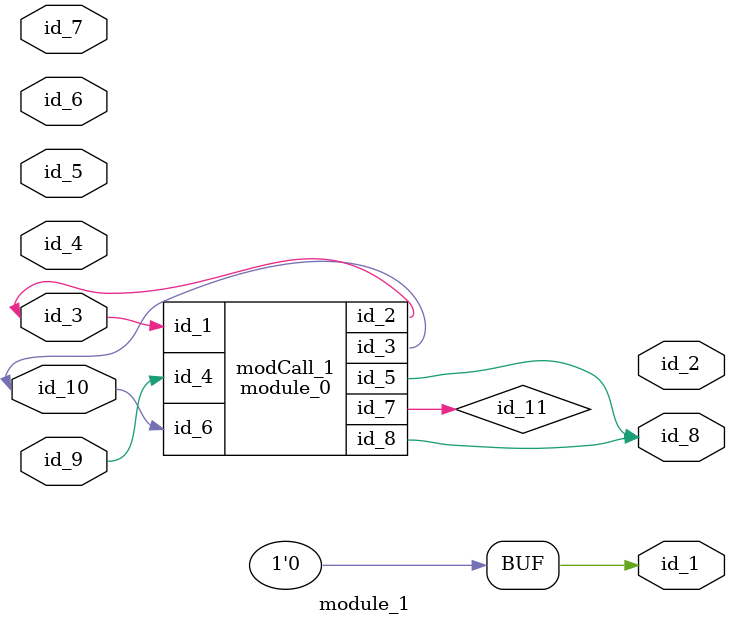
<source format=v>
module module_0 (
    id_1,
    id_2,
    id_3,
    id_4,
    id_5,
    id_6,
    id_7,
    id_8
);
  output wire id_8;
  inout wire id_7;
  input wire id_6;
  output wire id_5;
  input wire id_4;
  inout wire id_3;
  output wire id_2;
  input wire id_1;
  assign id_7 = 1;
endmodule
module module_1 (
    id_1,
    id_2,
    id_3,
    id_4,
    id_5,
    id_6,
    id_7,
    id_8,
    id_9,
    id_10
);
  inout wire id_10;
  input wire id_9;
  output wire id_8;
  input wire id_7;
  input wire id_6;
  inout wire id_5;
  input wire id_4;
  inout wire id_3;
  output wire id_2;
  output wire id_1;
  assign id_1 = id_7 == -1;
  wire id_11;
  module_0 modCall_1 (
      id_3,
      id_3,
      id_10,
      id_9,
      id_8,
      id_10,
      id_11,
      id_8
  );
endmodule

</source>
